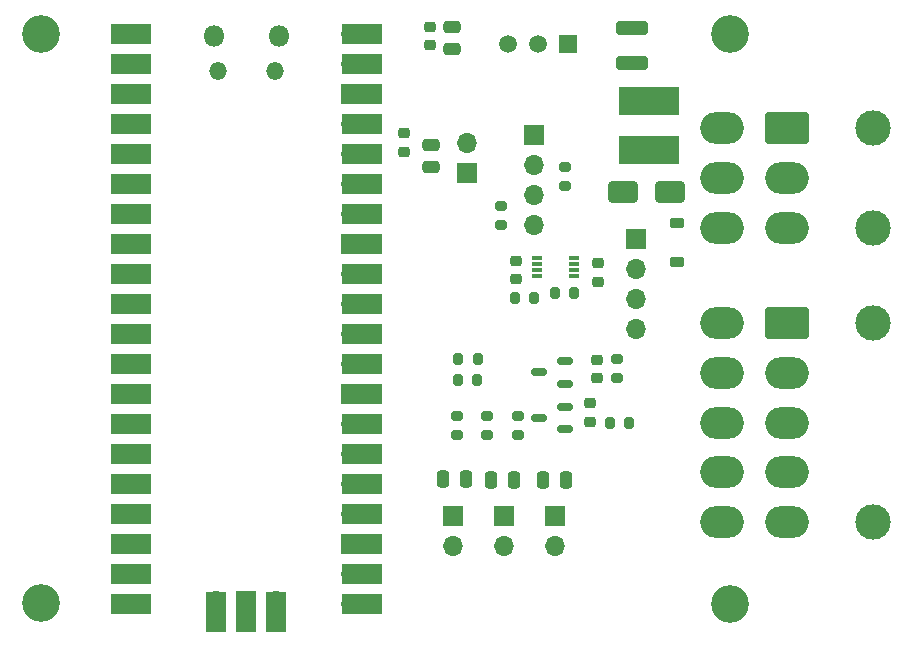
<source format=gbr>
%TF.GenerationSoftware,KiCad,Pcbnew,8.99.0-1896-g1e663268ac*%
%TF.CreationDate,2024-10-16T09:53:04+03:00*%
%TF.ProjectId,diagnostic_tester,64696167-6e6f-4737-9469-635f74657374,rev?*%
%TF.SameCoordinates,Original*%
%TF.FileFunction,Soldermask,Top*%
%TF.FilePolarity,Negative*%
%FSLAX46Y46*%
G04 Gerber Fmt 4.6, Leading zero omitted, Abs format (unit mm)*
G04 Created by KiCad (PCBNEW 8.99.0-1896-g1e663268ac) date 2024-10-16 09:53:04*
%MOMM*%
%LPD*%
G01*
G04 APERTURE LIST*
G04 Aperture macros list*
%AMRoundRect*
0 Rectangle with rounded corners*
0 $1 Rounding radius*
0 $2 $3 $4 $5 $6 $7 $8 $9 X,Y pos of 4 corners*
0 Add a 4 corners polygon primitive as box body*
4,1,4,$2,$3,$4,$5,$6,$7,$8,$9,$2,$3,0*
0 Add four circle primitives for the rounded corners*
1,1,$1+$1,$2,$3*
1,1,$1+$1,$4,$5*
1,1,$1+$1,$6,$7*
1,1,$1+$1,$8,$9*
0 Add four rect primitives between the rounded corners*
20,1,$1+$1,$2,$3,$4,$5,0*
20,1,$1+$1,$4,$5,$6,$7,0*
20,1,$1+$1,$6,$7,$8,$9,0*
20,1,$1+$1,$8,$9,$2,$3,0*%
G04 Aperture macros list end*
%ADD10C,3.000000*%
%ADD11RoundRect,0.250001X-1.599999X1.099999X-1.599999X-1.099999X1.599999X-1.099999X1.599999X1.099999X0*%
%ADD12O,3.700000X2.700000*%
%ADD13RoundRect,0.250000X0.475000X-0.250000X0.475000X0.250000X-0.475000X0.250000X-0.475000X-0.250000X0*%
%ADD14RoundRect,0.225000X-0.250000X0.225000X-0.250000X-0.225000X0.250000X-0.225000X0.250000X0.225000X0*%
%ADD15RoundRect,0.200000X0.200000X0.275000X-0.200000X0.275000X-0.200000X-0.275000X0.200000X-0.275000X0*%
%ADD16RoundRect,0.225000X0.250000X-0.225000X0.250000X0.225000X-0.250000X0.225000X-0.250000X-0.225000X0*%
%ADD17RoundRect,0.200000X-0.275000X0.200000X-0.275000X-0.200000X0.275000X-0.200000X0.275000X0.200000X0*%
%ADD18RoundRect,0.250000X-0.250000X-0.475000X0.250000X-0.475000X0.250000X0.475000X-0.250000X0.475000X0*%
%ADD19C,3.200000*%
%ADD20RoundRect,0.150000X0.512500X0.150000X-0.512500X0.150000X-0.512500X-0.150000X0.512500X-0.150000X0*%
%ADD21R,1.700000X1.700000*%
%ADD22O,1.700000X1.700000*%
%ADD23RoundRect,0.200000X0.275000X-0.200000X0.275000X0.200000X-0.275000X0.200000X-0.275000X-0.200000X0*%
%ADD24R,0.850000X0.300000*%
%ADD25R,1.500000X1.500000*%
%ADD26C,1.500000*%
%ADD27RoundRect,0.250000X-1.100000X0.325000X-1.100000X-0.325000X1.100000X-0.325000X1.100000X0.325000X0*%
%ADD28R,5.100000X2.350000*%
%ADD29RoundRect,0.250000X-0.475000X0.250000X-0.475000X-0.250000X0.475000X-0.250000X0.475000X0.250000X0*%
%ADD30O,1.800000X1.800000*%
%ADD31O,1.500000X1.500000*%
%ADD32R,3.500000X1.700000*%
%ADD33R,1.700000X3.500000*%
%ADD34RoundRect,0.250000X1.000000X0.650000X-1.000000X0.650000X-1.000000X-0.650000X1.000000X-0.650000X0*%
%ADD35RoundRect,0.225000X-0.375000X0.225000X-0.375000X-0.225000X0.375000X-0.225000X0.375000X0.225000X0*%
G04 APERTURE END LIST*
D10*
%TO.C,J5*%
X117060000Y-63950000D03*
X117060000Y-80750000D03*
D11*
X109760000Y-63950000D03*
D12*
X109760000Y-68150000D03*
X109760000Y-72350000D03*
X109760000Y-76550000D03*
X109760000Y-80750000D03*
X104260000Y-63950000D03*
X104260000Y-68150000D03*
X104260000Y-72350000D03*
X104260000Y-76550000D03*
X104260000Y-80750000D03*
%TD*%
D13*
%TO.C,C12*%
X79600000Y-50725000D03*
X79600000Y-48825000D03*
%TD*%
D14*
%TO.C,C8*%
X79500000Y-38840000D03*
X79500000Y-40390000D03*
%TD*%
D15*
%TO.C,R5*%
X83565000Y-66940000D03*
X81915000Y-66940000D03*
%TD*%
D16*
%TO.C,C2*%
X93055000Y-72275000D03*
X93055000Y-70725000D03*
%TD*%
D17*
%TO.C,R10*%
X84385000Y-71755000D03*
X84385000Y-73405000D03*
%TD*%
D15*
%TO.C,R8*%
X88360000Y-61835000D03*
X86710000Y-61835000D03*
%TD*%
D17*
%TO.C,R9*%
X86960000Y-71755000D03*
X86960000Y-73405000D03*
%TD*%
D18*
%TO.C,C9*%
X89135000Y-77175000D03*
X91035000Y-77175000D03*
%TD*%
D19*
%TO.C,H1*%
X104940000Y-39450000D03*
%TD*%
%TO.C,H3*%
X46590000Y-87630000D03*
%TD*%
D20*
%TO.C,D1*%
X90987500Y-72890000D03*
X90987500Y-70990000D03*
X88712500Y-71940000D03*
%TD*%
D21*
%TO.C,J7*%
X88300000Y-48010000D03*
D22*
X88300000Y-50550000D03*
X88300000Y-53090000D03*
X88300000Y-55630000D03*
%TD*%
D21*
%TO.C,J2*%
X85785000Y-80235000D03*
D22*
X85785000Y-82775000D03*
%TD*%
D16*
%TO.C,C4*%
X86830000Y-60210000D03*
X86830000Y-58660000D03*
%TD*%
D21*
%TO.C,J6*%
X82650000Y-51175000D03*
D22*
X82650000Y-48635000D03*
%TD*%
D20*
%TO.C,D2*%
X90987500Y-69050000D03*
X90987500Y-67150000D03*
X88712500Y-68100000D03*
%TD*%
D15*
%TO.C,R7*%
X91760000Y-61335000D03*
X90110000Y-61335000D03*
%TD*%
D23*
%TO.C,R1*%
X85525000Y-55650000D03*
X85525000Y-54000000D03*
%TD*%
D16*
%TO.C,C3*%
X93660000Y-68590000D03*
X93660000Y-67040000D03*
%TD*%
D24*
%TO.C,U1*%
X88580000Y-58445000D03*
X88580000Y-58945000D03*
X88580000Y-59445000D03*
X88580000Y-59945000D03*
X91680000Y-59945000D03*
X91680000Y-59445000D03*
X91680000Y-58945000D03*
X91680000Y-58445000D03*
%TD*%
D25*
%TO.C,U3*%
X91190000Y-40330000D03*
D26*
X88650000Y-40330000D03*
X86110000Y-40330000D03*
%TD*%
D21*
%TO.C,J8*%
X96980000Y-56800000D03*
D22*
X96980000Y-59340000D03*
X96980000Y-61880000D03*
X96980000Y-64420000D03*
%TD*%
D10*
%TO.C,J4*%
X117060000Y-47430000D03*
X117060000Y-55830000D03*
D11*
X109760000Y-47430000D03*
D12*
X109760000Y-51630000D03*
X109760000Y-55830000D03*
X104260000Y-47430000D03*
X104260000Y-51630000D03*
X104260000Y-55830000D03*
%TD*%
D17*
%TO.C,R4*%
X95400000Y-66950000D03*
X95400000Y-68600000D03*
%TD*%
%TO.C,R11*%
X81810000Y-71755000D03*
X81810000Y-73405000D03*
%TD*%
D15*
%TO.C,R3*%
X96375000Y-72350000D03*
X94725000Y-72350000D03*
%TD*%
D27*
%TO.C,C5*%
X96650000Y-38925000D03*
X96650000Y-41875000D03*
%TD*%
D14*
%TO.C,C1*%
X93750000Y-58865000D03*
X93750000Y-60415000D03*
%TD*%
D19*
%TO.C,H4*%
X104960000Y-87660000D03*
%TD*%
D23*
%TO.C,R2*%
X90930000Y-52335000D03*
X90930000Y-50685000D03*
%TD*%
D16*
%TO.C,C6*%
X77290000Y-49395000D03*
X77290000Y-47845000D03*
%TD*%
D21*
%TO.C,J3*%
X81485000Y-80235000D03*
D22*
X81485000Y-82775000D03*
%TD*%
D18*
%TO.C,C11*%
X80665000Y-77145000D03*
X82565000Y-77145000D03*
%TD*%
D28*
%TO.C,L1*%
X98075000Y-49275000D03*
X98075000Y-45125000D03*
%TD*%
D29*
%TO.C,C7*%
X81370000Y-38850000D03*
X81370000Y-40750000D03*
%TD*%
D30*
%TO.C,U2*%
X61250000Y-39570000D03*
D31*
X61550000Y-42600000D03*
X66400000Y-42600000D03*
D30*
X66700000Y-39570000D03*
D22*
X55085000Y-39440000D03*
D32*
X54185000Y-39440000D03*
D22*
X55085000Y-41980000D03*
D32*
X54185000Y-41980000D03*
D21*
X55085000Y-44520000D03*
D32*
X54185000Y-44520000D03*
D22*
X55085000Y-47060000D03*
D32*
X54185000Y-47060000D03*
D22*
X55085000Y-49600000D03*
D32*
X54185000Y-49600000D03*
D22*
X55085000Y-52140000D03*
D32*
X54185000Y-52140000D03*
D22*
X55085000Y-54680000D03*
D32*
X54185000Y-54680000D03*
D21*
X55085000Y-57220000D03*
D32*
X54185000Y-57220000D03*
D22*
X55085000Y-59760000D03*
D32*
X54185000Y-59760000D03*
D22*
X55085000Y-62300000D03*
D32*
X54185000Y-62300000D03*
D22*
X55085000Y-64840000D03*
D32*
X54185000Y-64840000D03*
D22*
X55085000Y-67380000D03*
D32*
X54185000Y-67380000D03*
D21*
X55085000Y-69920000D03*
D32*
X54185000Y-69920000D03*
D22*
X55085000Y-72460000D03*
D32*
X54185000Y-72460000D03*
D22*
X55085000Y-75000000D03*
D32*
X54185000Y-75000000D03*
D22*
X55085000Y-77540000D03*
D32*
X54185000Y-77540000D03*
D22*
X55085000Y-80080000D03*
D32*
X54185000Y-80080000D03*
D21*
X55085000Y-82620000D03*
D32*
X54185000Y-82620000D03*
D22*
X55085000Y-85160000D03*
D32*
X54185000Y-85160000D03*
D22*
X55085000Y-87700000D03*
D32*
X54185000Y-87700000D03*
D22*
X72865000Y-87700000D03*
D32*
X73765000Y-87700000D03*
D22*
X72865000Y-85160000D03*
D32*
X73765000Y-85160000D03*
D21*
X72865000Y-82620000D03*
D32*
X73765000Y-82620000D03*
D22*
X72865000Y-80080000D03*
D32*
X73765000Y-80080000D03*
D22*
X72865000Y-77540000D03*
D32*
X73765000Y-77540000D03*
D22*
X72865000Y-75000000D03*
D32*
X73765000Y-75000000D03*
D22*
X72865000Y-72460000D03*
D32*
X73765000Y-72460000D03*
D21*
X72865000Y-69920000D03*
D32*
X73765000Y-69920000D03*
D22*
X72865000Y-67380000D03*
D32*
X73765000Y-67380000D03*
D22*
X72865000Y-64840000D03*
D32*
X73765000Y-64840000D03*
D22*
X72865000Y-62300000D03*
D32*
X73765000Y-62300000D03*
D22*
X72865000Y-59760000D03*
D32*
X73765000Y-59760000D03*
D21*
X72865000Y-57220000D03*
D32*
X73765000Y-57220000D03*
D22*
X72865000Y-54680000D03*
D32*
X73765000Y-54680000D03*
D22*
X72865000Y-52140000D03*
D32*
X73765000Y-52140000D03*
D22*
X72865000Y-49600000D03*
D32*
X73765000Y-49600000D03*
D22*
X72865000Y-47060000D03*
D32*
X73765000Y-47060000D03*
D21*
X72865000Y-44520000D03*
D32*
X73765000Y-44520000D03*
D22*
X72865000Y-41980000D03*
D32*
X73765000Y-41980000D03*
D22*
X72865000Y-39440000D03*
D32*
X73765000Y-39440000D03*
D22*
X61435000Y-87470000D03*
D33*
X61435000Y-88370000D03*
D21*
X63975000Y-87470000D03*
D33*
X63975000Y-88370000D03*
D22*
X66515000Y-87470000D03*
D33*
X66515000Y-88370000D03*
%TD*%
D34*
%TO.C,D4*%
X99825000Y-52800000D03*
X95825000Y-52800000D03*
%TD*%
D35*
%TO.C,D3*%
X100425000Y-55425000D03*
X100425000Y-58725000D03*
%TD*%
D21*
%TO.C,J1*%
X90125000Y-80235000D03*
D22*
X90125000Y-82775000D03*
%TD*%
D19*
%TO.C,H2*%
X46560000Y-39440000D03*
%TD*%
D18*
%TO.C,C10*%
X84715000Y-77235000D03*
X86615000Y-77235000D03*
%TD*%
D15*
%TO.C,R6*%
X83545000Y-68770000D03*
X81895000Y-68770000D03*
%TD*%
M02*

</source>
